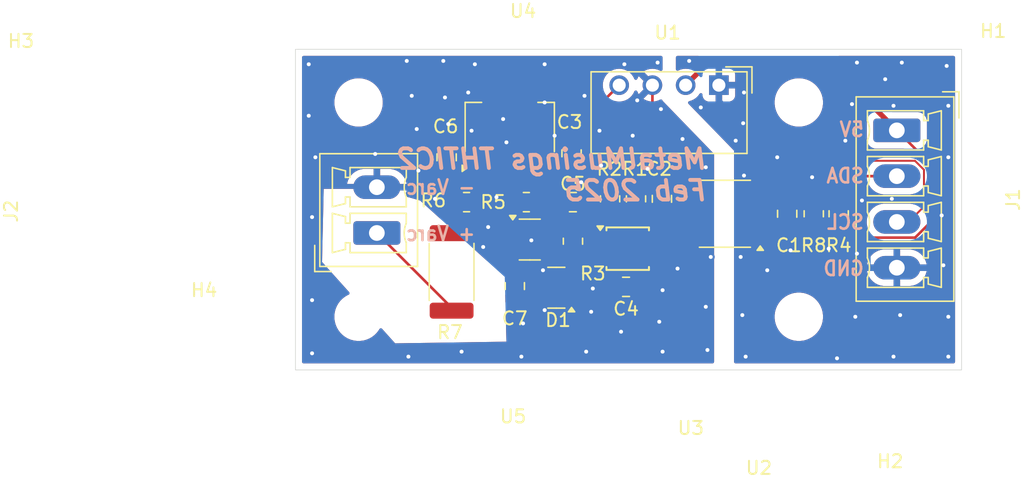
<source format=kicad_pcb>
(kicad_pcb (version 20240108) (generator "pcbnew") (generator_version "8.0")
  (layers (0 "F.Cu" signal) (31 "B.Cu" signal) (34 "B.Paste" user) (35 "F.Paste" user) (36 "B.SilkS" user "B.Silkscreen") (37 "F.SilkS" user "F.Silkscreen") (38 "B.Mask" user) (39 "F.Mask" user) (44 "Edge.Cuts" user))
  (net 0 "")
  (net 1 "GND")
  (net 2 "5V")
  (net 3 "Net-(U3-AIN0)")
  (net 4 "GND_ISO")
  (net 5 "Net-(U1-+Vout)")
  (net 6 "VCC_ISO")
  (net 8 "Net-(J1-Pin_2)")
  (net 9 "Net-(J1-Pin_3)")
  (net 10 "Net-(U2-SDA2)")
  (net 11 "Net-(D1-COM)")
  (net 12 "Net-(J2-Pin_1)")
  (net 14 "Net-(U5--)")
  (net 15 "Net-(R5-Pad2)")
  (net 17 "Net-(U2-SCL2)")
  (footprint "Package_TO_SOT_SMD:SOT-23-5" (layer "F.Cu") (at 168.2805 98.872)
    (property "Reference" "U5" (at -1.2755 13.523 0) (layer "F.SilkS"))
    (property "Value" "LMV321")
    (pad "1" smd roundrect (at -1.1375 -0.95) (size 1.325 0.6) (layers "F.Cu" "F.Paste" "F.Mask") (net 11 "Net-(D1-COM)"))
    (pad "2" smd roundrect (at -1.1375 0) (size 1.325 0.6) (layers "F.Cu" "F.Paste" "F.Mask") (net 4 "GND_ISO"))
    (pad "3" smd roundrect (at -1.1375 0.95) (size 1.325 0.6) (layers "F.Cu" "F.Paste" "F.Mask") (net 14 "Net-(U5--)"))
    (pad "4" smd roundrect (at 1.1375 0.95) (size 1.325 0.6) (layers "F.Cu" "F.Paste" "F.Mask") (net 14 "Net-(U5--)"))
    (pad "5" smd roundrect (at 1.1375 -0.95) (size 1.325 0.6) (layers "F.Cu" "F.Paste" "F.Mask") (net 6 "VCC_ISO"))
  )
  (footprint "MountingHole:MountingHole_3.2mm_M3" (layer "F.Cu") (at 188.849 88.392)
    (property "Reference" "H1" (at 14.859 -5.461 0) (layer "F.SilkS"))
    (property "Value" "MountingHole")
    (pad "" np_thru_hole circle (at 0 0) (size 3.2 3.2) (drill 3.2) (layers "*.Cu" "*.Mask"))
  )
  (footprint "Resistor_SMD:R_0805_2012Metric" (layer "F.Cu") (at 191.897 96.901 90)
    (property "Reference" "R4" (at -2.413 0 180) (layer "F.SilkS"))
    (property "Value" "2k2")
    (pad "1" smd roundrect (at -0.9125 0 90) (size 1.025 1.4) (layers "F.Cu" "F.Paste" "F.Mask") (roundrect_rratio 0.243902) (net 2 "5V"))
    (pad "2" smd roundrect (at 0.9125 0 90) (size 1.025 1.4) (layers "F.Cu" "F.Paste" "F.Mask") (roundrect_rratio 0.243902) (net 8 "Net-(J1-Pin_2)"))
  )
  (footprint "Capacitor_SMD:C_0805_2012Metric" (layer "F.Cu") (at 167.1375 102.428 -90)
    (property "Reference" "C7" (at 2.474 0.0055 180) (layer "F.SilkS"))
    (property "Value" "1nF")
    (pad "1" smd roundrect (at -0.95 0 270) (size 1 1.45) (layers "F.Cu" "F.Paste" "F.Mask") (net 11 "Net-(D1-COM)"))
    (pad "2" smd roundrect (at 0.95 0 270) (size 1 1.45) (layers "F.Cu" "F.Paste" "F.Mask") (net 4 "GND_ISO"))
  )
  (footprint "Package_TO_SOT_SMD:SOT-23" (layer "F.Cu") (at 170.3125 102.555 180)
    (property "Reference" "D1" (at -0.127 -2.474 0) (layer "F.SilkS"))
    (property "Value" "BAT54S")
    (pad "1" smd roundrect (at -0.9375 -0.95 180) (size 1.475 0.6) (layers "F.Cu" "F.Paste" "F.Mask") (net 4 "GND_ISO"))
    (pad "2" smd roundrect (at -0.9375 0.95 180) (size 1.475 0.6) (layers "F.Cu" "F.Paste" "F.Mask") (net 6 "VCC_ISO"))
    (pad "3" smd roundrect (at 0.9375 0 180) (size 1.475 0.6) (layers "F.Cu" "F.Paste" "F.Mask") (net 11 "Net-(D1-COM)"))
  )
  (footprint "Capacitor_SMD:C_0805_2012Metric" (layer "F.Cu") (at 178.3842 95.758 -90)
    (property "Reference" "C2" (at -2.286 0.2032 0) (layer "F.SilkS"))
    (property "Value" "100nF")
    (pad "1" smd roundrect (at -0.95 0 270) (size 1 1.45) (layers "F.Cu" "F.Paste" "F.Mask") (net 6 "VCC_ISO"))
    (pad "2" smd roundrect (at 0.95 0 270) (size 1 1.45) (layers "F.Cu" "F.Paste" "F.Mask") (net 4 "GND_ISO"))
  )
  (footprint "Capacitor_SMD:C_0805_2012Metric" (layer "F.Cu") (at 175.641 102.489 180)
    (property "Reference" "C4" (at 0 -1.68 0) (layer "F.SilkS"))
    (property "Value" "100nF")
    (pad "1" smd roundrect (at -0.95 0 180) (size 1 1.45) (layers "F.Cu" "F.Paste" "F.Mask") (net 6 "VCC_ISO"))
    (pad "2" smd roundrect (at 0.95 0 180) (size 1 1.45) (layers "F.Cu" "F.Paste" "F.Mask") (net 4 "GND_ISO"))
  )
  (footprint "MountingHole:MountingHole_3.2mm_M3" (layer "F.Cu") (at 155.194 88.392)
    (property "Reference" "H3" (at -25.81 -4.694 0) (layer "F.SilkS"))
    (property "Value" "MountingHole")
    (pad "" np_thru_hole circle (at 0 0) (size 3.2 3.2) (drill 3.2) (layers "*.Cu" "*.Mask"))
  )
  (footprint "Resistor_SMD:R_0805_2012Metric" (layer "F.Cu") (at 171.5825 98.999 90)
    (property "Reference" "R3" (at -2.474 1.5185 180) (layer "F.SilkS"))
    (property "Value" "47")
    (pad "1" smd roundrect (at -0.9125 0 90) (size 1.025 1.4) (layers "F.Cu" "F.Paste" "F.Mask") (roundrect_rratio 0.243902) (net 3 "Net-(U3-AIN0)"))
    (pad "2" smd roundrect (at 0.9125 0 90) (size 1.025 1.4) (layers "F.Cu" "F.Paste" "F.Mask") (roundrect_rratio 0.243902) (net 14 "Net-(U5--)"))
  )
  (footprint "Capacitor_SMD:C_0805_2012Metric" (layer "F.Cu") (at 171.577 96.012 180)
    (property "Reference" "C5" (at 0 1.397 0) (layer "F.SilkS"))
    (property "Value" "100nF")
    (pad "1" smd roundrect (at -0.95 0 180) (size 1 1.45) (layers "F.Cu" "F.Paste" "F.Mask") (net 6 "VCC_ISO"))
    (pad "2" smd roundrect (at 0.95 0 180) (size 1 1.45) (layers "F.Cu" "F.Paste" "F.Mask") (net 4 "GND_ISO"))
  )
  (footprint "Resistor_SMD:R_0805_2012Metric" (layer "F.Cu") (at 174.4218 95.758 -90)
    (property "Reference" "R2" (at -2.286 0.0508 0) (layer "F.SilkS"))
    (property "Value" "2k2")
    (pad "1" smd roundrect (at -0.9125 0 270) (size 1.025 1.4) (layers "F.Cu" "F.Paste" "F.Mask") (roundrect_rratio 0.243902) (net 6 "VCC_ISO"))
    (pad "2" smd roundrect (at 0.9125 0 270) (size 1.025 1.4) (layers "F.Cu" "F.Paste" "F.Mask") (roundrect_rratio 0.243902) (net 17 "Net-(U2-SCL2)"))
  )
  (footprint "Package_SO:SOIC-8_3.9x4.9mm_P1.27mm" (layer "F.Cu") (at 183.199 96.901 180)
    (property "Reference" "U2" (at -2.602 -19.431 0) (layer "F.SilkS"))
    (property "Value" "ISO1540")
    (pad "1" smd roundrect (at -2.475 -1.905 180) (size 1.95 0.6) (layers "F.Cu" "F.Paste" "F.Mask") (net 2 "5V"))
    (pad "2" smd roundrect (at -2.475 -0.635 180) (size 1.95 0.6) (layers "F.Cu" "F.Paste" "F.Mask") (net 8 "Net-(J1-Pin_2)"))
    (pad "3" smd roundrect (at -2.475 0.635 180) (size 1.95 0.6) (layers "F.Cu" "F.Paste" "F.Mask") (net 9 "Net-(J1-Pin_3)"))
    (pad "4" smd roundrect (at -2.475 1.905 180) (size 1.95 0.6) (layers "F.Cu" "F.Paste" "F.Mask") (net 1 "GND"))
    (pad "5" smd roundrect (at 2.475 1.905 180) (size 1.95 0.6) (layers "F.Cu" "F.Paste" "F.Mask") (net 4 "GND_ISO"))
    (pad "6" smd roundrect (at 2.475 0.635 180) (size 1.95 0.6) (layers "F.Cu" "F.Paste" "F.Mask") (net 17 "Net-(U2-SCL2)"))
    (pad "7" smd roundrect (at 2.475 -0.635 180) (size 1.95 0.6) (layers "F.Cu" "F.Paste" "F.Mask") (net 10 "Net-(U2-SDA2)"))
    (pad "8" smd roundrect (at 2.475 -1.905 180) (size 1.95 0.6) (layers "F.Cu" "F.Paste" "F.Mask") (net 6 "VCC_ISO"))
  )
  (footprint "Resistor_SMD:R_0805_2012Metric" (layer "F.Cu") (at 189.992 96.901 90)
    (property "Reference" "R8" (at -2.413 0 180) (layer "F.SilkS"))
    (property "Value" "2k2")
    (pad "1" smd roundrect (at -0.9125 0 90) (size 1.025 1.4) (layers "F.Cu" "F.Paste" "F.Mask") (roundrect_rratio 0.243902) (net 2 "5V"))
    (pad "2" smd roundrect (at 0.9125 0 90) (size 1.025 1.4) (layers "F.Cu" "F.Paste" "F.Mask") (roundrect_rratio 0.243902) (net 9 "Net-(J1-Pin_3)"))
  )
  (footprint "MountingHole:MountingHole_3.2mm_M3" (layer "F.Cu") (at 188.849 104.775)
    (property "Reference" "H2" (at 6.985 11.049 0) (layer "F.SilkS"))
    (property "Value" "MountingHole")
    (pad "" np_thru_hole circle (at 0 0) (size 3.2 3.2) (drill 3.2) (layers "*.Cu" "*.Mask"))
  )
  (footprint "Resistor_SMD:R_2512_6332Metric" (layer "F.Cu") (at 162.306 101.346 90)
    (property "Reference" "R7" (at -4.6087 -0.127 180) (layer "F.SilkS"))
    (property "Value" "100k")
    (pad "1" smd roundrect (at -2.9625 0 90) (size 1.225 3.35) (layers "F.Cu" "F.Paste" "F.Mask") (roundrect_rratio 0.204082) (net 12 "Net-(J2-Pin_1)"))
    (pad "2" smd roundrect (at 2.9625 0 90) (size 1.225 3.35) (layers "F.Cu" "F.Paste" "F.Mask") (roundrect_rratio 0.204082) (net 15 "Net-(R5-Pad2)"))
  )
  (footprint "Connector_Phoenix_MC:PhoenixContact_MCV_1,5_2-G-3.5_1x02_P3.50mm_Vertical" (layer "F.Cu") (at 156.591 98.369 90)
    (property "Reference" "J2" (at 1.6625 -27.9615 90) (layer "F.SilkS"))
    (property "Value" "Plasma 300V")
    (pad "1" thru_hole roundrect (at 0 0 90) (size 1.8 3.6) (drill 1.2) (layers "*.Cu" "*.Mask") (roundrect_rratio 0.138889) (net 12 "Net-(J2-Pin_1)"))
    (pad "2" thru_hole oval (at 3.5 0 90) (size 1.8 3.6) (drill 1.2) (layers "*.Cu" "*.Mask") (net 4 "GND_ISO"))
  )
  (footprint "MountingHole:MountingHole_3.2mm_M3" (layer "F.Cu") (at 155.194 104.775)
    (property "Reference" "H4" (at -11.811 -2.032 0) (layer "F.SilkS"))
    (property "Value" "MountingHole")
    (pad "" np_thru_hole circle (at 0 0) (size 3.2 3.2) (drill 3.2) (layers "*.Cu" "*.Mask"))
  )
  (footprint "Capacitor_SMD:C_0805_2012Metric" (layer "F.Cu") (at 161.925 92.583 -90)
    (property "Reference" "C6" (at -2.3622 0.0762 180) (layer "F.SilkS"))
    (property "Value" "22uF Tant")
    (pad "1" smd roundrect (at -0.95 0 270) (size 1 1.45) (layers "F.Cu" "F.Paste" "F.Mask") (net 6 "VCC_ISO"))
    (pad "2" smd roundrect (at 0.95 0 270) (size 1 1.45) (layers "F.Cu" "F.Paste" "F.Mask") (net 4 "GND_ISO"))
  )
  (footprint "Capacitor_SMD:C_0805_2012Metric" (layer "F.Cu") (at 187.96 96.901 90)
    (property "Reference" "C1" (at -2.413 0.127 180) (layer "F.SilkS"))
    (property "Value" "100nF")
    (pad "1" smd roundrect (at -0.95 0 90) (size 1 1.45) (layers "F.Cu" "F.Paste" "F.Mask") (net 2 "5V"))
    (pad "2" smd roundrect (at 0.95 0 90) (size 1 1.45) (layers "F.Cu" "F.Paste" "F.Mask") (net 1 "GND"))
  )
  (footprint "Capacitor_SMD:C_0805_2012Metric" (layer "F.Cu") (at 171.4754 92.2782 -90)
    (property "Reference" "C3" (at -2.3876 0.1524 0) (layer "F.SilkS"))
    (property "Value" "10uF")
    (pad "1" smd roundrect (at -0.95 0 270) (size 1 1.45) (layers "F.Cu" "F.Paste" "F.Mask") (net 5 "Net-(U1-+Vout)"))
    (pad "2" smd roundrect (at 0.95 0 270) (size 1 1.45) (layers "F.Cu" "F.Paste" "F.Mask") (net 4 "GND_ISO"))
  )
  (footprint "Package_TO_SOT_SMD:SOT-223-3_TabPin2" (layer "F.Cu") (at 166.751 90.297 90)
    (property "Reference" "U4" (at 8.89 1.016 0) (layer "F.SilkS"))
    (property "Value" "AMS1117-5")
    (pad "1" smd roundrect (at -3.15 -2.3 90) (size 2 1.5) (layers "F.Cu" "F.Paste" "F.Mask") (net 4 "GND_ISO"))
    (pad "2" smd roundrect (at -3.15 0 90) (size 2 1.5) (layers "F.Cu" "F.Paste" "F.Mask") (net 6 "VCC_ISO"))
    (pad "2" smd roundrect (at 3.15 0 90) (size 2 3.8) (layers "F.Cu" "F.Paste" "F.Mask") (net 6 "VCC_ISO"))
    (pad "3" smd roundrect (at -3.15 2.3 90) (size 2 1.5) (layers "F.Cu" "F.Paste" "F.Mask") (net 5 "Net-(U1-+Vout)"))
  )
  (footprint "Resistor_SMD:R_0805_2012Metric" (layer "F.Cu") (at 163.449 96.012)
    (property "Reference" "R6" (at -2.54 -0.127 180) (layer "F.SilkS"))
    (property "Value" "2k1")
    (pad "1" smd roundrect (at -0.9125 0) (size 1.025 1.4) (layers "F.Cu" "F.Paste" "F.Mask") (roundrect_rratio 0.243902) (net 15 "Net-(R5-Pad2)"))
    (pad "2" smd roundrect (at 0.9125 0) (size 1.025 1.4) (layers "F.Cu" "F.Paste" "F.Mask") (roundrect_rratio 0.243902) (net 4 "GND_ISO"))
  )
  (footprint "Resistor_SMD:R_0805_2012Metric" (layer "F.Cu") (at 176.403 95.758 -90)
    (property "Reference" "R1" (at -2.286 0.0791 0) (layer "F.SilkS"))
    (property "Value" "2k2")
    (pad "1" smd roundrect (at -0.9125 0 270) (size 1.025 1.4) (layers "F.Cu" "F.Paste" "F.Mask") (roundrect_rratio 0.243902) (net 6 "VCC_ISO"))
    (pad "2" smd roundrect (at 0.9125 0 270) (size 1.025 1.4) (layers "F.Cu" "F.Paste" "F.Mask") (roundrect_rratio 0.243902) (net 10 "Net-(U2-SDA2)"))
  )
  (footprint "Converter_DCDC:Converter_DCDC_TRACO_TEA1-xxxx_THT" (layer "F.Cu") (at 182.7375 87.0695 -90)
    (property "Reference" "U1" (at -4.0115 3.9215 0) (layer "F.SilkS"))
    (property "Value" "B0509S-1WR3")
    (pad "1" thru_hole rect (at 0 0 270) (size 1.5 1.5) (drill 1) (layers "*.Cu" "*.Mask") (net 1 "GND"))
    (pad "2" thru_hole circle (at 0 2.54 270) (size 1.5 1.5) (drill 1) (layers "*.Cu" "*.Mask") (net 2 "5V"))
    (pad "3" thru_hole circle (at 0 5.08 270) (size 1.5 1.5) (drill 1) (layers "*.Cu" "*.Mask") (net 4 "GND_ISO"))
    (pad "4" thru_hole circle (at 0 7.62 270) (size 1.5 1.5) (drill 1) (layers "*.Cu" "*.Mask") (net 5 "Net-(U1-+Vout)"))
  )
  (footprint "Connector_Phoenix_MC:PhoenixContact_MCV_1,5_4-G-3.5_1x04_P3.50mm_Vertical" (layer "F.Cu") (at 196.342 90.5255 -90)
    (property "Reference" "J1" (at 5.293 -8.89 90) (layer "F.SilkS"))
    (property "Value" "Conn_01x04_Pin")
    (pad "1" thru_hole roundrect (at 0 0 270) (size 1.8 3.6) (drill 1.2) (layers "*.Cu" "*.Mask") (roundrect_rratio 0.138889) (net 2 "5V"))
    (pad "2" thru_hole oval (at 3.5 0 270) (size 1.8 3.6) (drill 1.2) (layers "*.Cu" "*.Mask") (net 8 "Net-(J1-Pin_2)"))
    (pad "3" thru_hole oval (at 7 0 270) (size 1.8 3.6) (drill 1.2) (layers "*.Cu" "*.Mask") (net 9 "Net-(J1-Pin_3)"))
    (pad "4" thru_hole oval (at 10.5 0 270) (size 1.8 3.6) (drill 1.2) (layers "*.Cu" "*.Mask") (net 1 "GND"))
  )
  (footprint "Resistor_SMD:R_0805_2012Metric" (layer "F.Cu") (at 168.021 96.012 180)
    (property "Reference" "R5" (at 2.54 0 180) (layer "F.SilkS"))
    (property "Value" "10k")
    (pad "1" smd roundrect (at -0.9125 0 180) (size 1.025 1.4) (layers "F.Cu" "F.Paste" "F.Mask") (roundrect_rratio 0.243902) (net 11 "Net-(D1-COM)"))
    (pad "2" smd roundrect (at 0.9125 0 180) (size 1.025 1.4) (layers "F.Cu" "F.Paste" "F.Mask") (roundrect_rratio 0.243902) (net 15 "Net-(R5-Pad2)"))
  )
  (footprint "Package_SO:TSSOP-10_3x3mm_P0.5mm" (layer "F.Cu") (at 175.768 99.568)
    (property "Reference" "U3" (at 4.826 13.716 0) (layer "F.SilkS"))
    (property "Value" "ADS1014IDGS")
    (pad "1" smd rect (at -2.15 -1) (size 1.1 0.25) (layers "F.Cu" "F.Paste" "F.Mask") (net 4 "GND_ISO"))
    (pad "2" smd rect (at -2.15 -0.5) (size 1.1 0.25) (layers "F.Cu" "F.Paste" "F.Mask"))
    (pad "3" smd rect (at -2.15 0) (size 1.1 0.25) (layers "F.Cu" "F.Paste" "F.Mask") (net 4 "GND_ISO"))
    (pad "4" smd rect (at -2.15 0.5) (size 1.1 0.25) (layers "F.Cu" "F.Paste" "F.Mask") (net 3 "Net-(U3-AIN0)"))
    (pad "5" smd rect (at -2.15 1) (size 1.1 0.25) (layers "F.Cu" "F.Paste" "F.Mask") (net 4 "GND_ISO"))
    (pad "6" smd rect (at 2.15 1) (size 1.1 0.25) (layers "F.Cu" "F.Paste" "F.Mask"))
    (pad "7" smd rect (at 2.15 0.5) (size 1.1 0.25) (layers "F.Cu" "F.Paste" "F.Mask"))
    (pad "8" smd rect (at 2.15 0) (size 1.1 0.25) (layers "F.Cu" "F.Paste" "F.Mask") (net 6 "VCC_ISO"))
    (pad "9" smd rect (at 2.15 -0.5) (size 1.1 0.25) (layers "F.Cu" "F.Paste" "F.Mask") (net 10 "Net-(U2-SDA2)"))
    (pad "10" smd rect (at 2.15 -1) (size 1.1 0.25) (layers "F.Cu" "F.Paste" "F.Mask") (net 17 "Net-(U2-SCL2)"))
  )
  (gr_rect (start 150.368 84.328) (end 201.295 108.839) (stroke (width 0.05)) (fill none) (layer "Edge.Cuts"))
  (gr_text "MetalMusings THTIC2\nFeb 2025" (at 181.991 96.012 0) (layer "B.SilkS") (effects (font (size 1.5 1.5) (thickness 0.3) (bold yes) (italic yes)) (justify left bottom mirror)))
  (gr_text "- Varc\n\n+ Varc\n" (at 164.211 99.06 0) (layer "B.SilkS") (effects (font (size 1.1 1) (thickness 0.2) (bold yes)) (justify left bottom mirror)))
  (gr_text "5V\n\nSDA\n\nSCL\n\nGND" (at 193.929 101.727 0) (layer "B.SilkS") (effects (font (size 1.1 1) (thickness 0.2) (bold yes)) (justify left bottom mirror)))
  (segment (start 187.96 93.726) (end 187.96 95.951) (width 0.2) (layer "F.Cu") (net 1))
  (segment (start 185.674 94.996) (end 185.674 93.726) (width 0.2) (layer "F.Cu") (net 1))
  (segment (start 182.7375 87.0695) (end 182.7375 89.1385) (width 0.2) (layer "F.Cu") (net 1))
  (segment (start 182.7375 89.1385) (end 185.674 92.075) (width 0.2) (layer "F.Cu") (net 1))
  (segment (start 185.674 93.726) (end 187.96 93.726) (width 0.2) (layer "F.Cu") (net 1))
  (segment (start 185.674 92.075) (end 185.674 94.996) (width 0.2) (layer "F.Cu") (net 1))
  (via (at 184.531 104.648) (size 0.6) (drill 0.3) (layers "F.Cu" "B.Cu") (net 1))
  (via (at 192.913 88.519) (size 0.6) (drill 0.3) (layers "F.Cu" "B.Cu") (net 1))
  (via (at 199.898 100.838) (size 0.6) (drill 0.3) (layers "F.Cu" "B.Cu") (net 1))
  (via (at 186.436 101.219) (size 0.6) (drill 0.3) (layers "F.Cu" "B.Cu") (net 1))
  (via (at 195.453 86.614) (size 0.6) (drill 0.3) (layers "F.Cu" "B.Cu") (net 1))
  (via (at 200.279 107.823) (size 0.6) (drill 0.3) (layers "F.Cu" "B.Cu") (net 1))
  (via (at 193.675 95.885) (size 0.6) (drill 0.3) (layers "F.Cu" "B.Cu") (net 1))
  (via (at 187.19865 92.58235) (size 0.6) (drill 0.3) (layers "F.Cu" "B.Cu") (net 1))
  (via (at 184.404 100.203) (size 0.6) (drill 0.3) (layers "F.Cu" "B.Cu") (net 1))
  (via (at 188.214 99.695) (size 0.6) (drill 0.3) (layers "F.Cu" "B.Cu") (net 1))
  (via (at 184.658 93.98) (size 0.6) (drill 0.3) (layers "F.Cu" "B.Cu") (net 1))
  (via (at 200.279 104.775) (size 0.6) (drill 0.3) (layers "F.Cu" "B.Cu") (net 1))
  (via (at 200.279 88.646) (size 0.6) (drill 0.3) (layers "F.Cu" "B.Cu") (net 1))
  (via (at 193.167 104.775) (size 0.6) (drill 0.3) (layers "F.Cu" "B.Cu") (net 1))
  (via (at 195.961 95.758) (size 0.6) (drill 0.3) (layers "F.Cu" "B.Cu") (net 1))
  (via (at 196.596 104.648) (size 0.6) (drill 0.3) (layers "F.Cu" "B.Cu") (net 1))
  (via (at 199.771 97.028) (size 0.6) (drill 0.3) (layers "F.Cu" "B.Cu") (net 1))
  (via (at 192.405 91.313) (size 0.6) (drill 0.3) (layers "F.Cu" "B.Cu") (net 1))
  (via (at 180.467 85.217) (size 0.6) (drill 0.3) (layers "F.Cu" "B.Cu") (net 1))
  (via (at 189.865 94.107) (size 0.6) (drill 0.3) (layers "F.Cu" "B.Cu") (net 1))
  (via (at 191.77 107.95) (size 0.6) (drill 0.3) (layers "F.Cu" "B.Cu") (net 1))
  (via (at 193.294 85.344) (size 0.6) (drill 0.3) (layers "F.Cu" "B.Cu") (net 1))
  (via (at 184.785 107.823) (size 0.6) (drill 0.3) (layers "F.Cu" "B.Cu") (net 1))
  (via (at 196.723 85.344) (size 0.6) (drill 0.3) (layers "F.Cu" "B.Cu") (net 1))
  (via (at 200.152 85.598) (size 0.6) (drill 0.3) (layers "F.Cu" "B.Cu") (net 1))
  (via (at 184.658 87.63) (size 0.6) (drill 0.3) (layers "F.Cu" "B.Cu") (net 1))
  (via (at 184.59515 89.97885) (size 0.6) (drill 0.3) (layers "F.Cu" "B.Cu") (net 1))
  (via (at 184.023 91.313) (size 0.6) (drill 0.3) (layers "F.Cu" "B.Cu") (net 1))
  (via (at 200.279 92.583) (size 0.6) (drill 0.3) (layers "F.Cu" "B.Cu") (net 1))
  (via (at 181.356 88.773) (size 0.6) (drill 0.3) (layers "F.Cu" "B.Cu") (net 1))
  (via (at 193.294 99.949) (size 0.6) (drill 0.3) (layers "F.Cu" "B.Cu") (net 1))
  (via (at 191.135 99.568) (size 0.6) (drill 0.3) (layers "F.Cu" "B.Cu") (net 1))
  (via (at 196.088 88.646) (size 0.6) (drill 0.3) (layers "F.Cu" "B.Cu") (net 1))
  (via (at 196.088 107.823) (size 0.6) (drill 0.3) (layers "F.Cu" "B.Cu") (net 1))
  (segment (start 196.342 101.0255) (end 194.2403 101.0255) (width 0.2) (layer "B.Cu") (net 1))
  (segment (start 194.2403 101.0255) (end 194.2403 99.624) (width 0.2) (layer "B.Cu") (net 1))
  (segment (start 187.19865 92.58235) (end 184.59515 89.97885) (width 0.2) (layer "B.Cu") (net 1))
  (segment (start 182.7375 87.0695) (end 182.7375 88.1212) (width 0.2) (layer "B.Cu") (net 1))
  (segment (start 184.59515 89.97885) (end 182.7375 88.1212) (width 0.2) (layer "B.Cu") (net 1))
  (segment (start 194.2403 99.624) (end 187.19865 92.58235) (width 0.2) (layer "B.Cu") (net 1))
  (segment (start 198.792 92.9755) (end 196.342 90.5255) (width 0.2) (layer "F.Cu") (net 2))
  (segment (start 198.792 97.6726) (end 198.792 92.9755) (width 0.2) (layer "F.Cu") (net 2))
  (segment (start 196.342 90.5255) (end 191.1605 85.344) (width 0.4) (layer "F.Cu") (net 2))
  (segment (start 191.897 97.8135) (end 192.809 98.7255) (width 0.2) (layer "F.Cu") (net 2))
  (segment (start 191.1605 85.344) (end 181.923 85.344) (width 0.4) (layer "F.Cu") (net 2))
  (segment (start 181.923 85.344) (end 180.1975 87.0695) (width 0.4) (layer "F.Cu") (net 2))
  (segment (start 187.005 98.806) (end 187.96 97.851) (width 0.2) (layer "F.Cu") (net 2))
  (segment (start 185.674 98.806) (end 187.005 98.806) (width 0.2) (layer "F.Cu") (net 2))
  (segment (start 197.739 98.7255) (end 198.792 97.6726) (width 0.2) (layer "F.Cu") (net 2))
  (segment (start 187.96 97.851) (end 189.9545 97.851) (width 0.2) (layer "F.Cu") (net 2))
  (segment (start 189.9545 97.851) (end 189.992 97.8135) (width 0.2) (layer "F.Cu") (net 2))
  (segment (start 191.897 97.8135) (end 189.992 97.8135) (width 0.2) (layer "F.Cu") (net 2))
  (segment (start 192.809 98.7255) (end 197.739 98.7255) (width 0.2) (layer "F.Cu") (net 2))
  (segment (start 171.5825 99.9115) (end 171.7395 100.068) (width 0.2) (layer "F.Cu") (net 3))
  (segment (start 171.7395 100.068) (end 173.618 100.068) (width 0.2) (layer "F.Cu") (net 3))
  (segment (start 164.3615 93.5365) (end 161.928 93.5365) (width 0.2) (layer "F.Cu") (net 4))
  (segment (start 174.4697 100.568) (end 174.4697 99.568) (width 0.2) (layer "F.Cu") (net 4))
  (segment (start 170.4148 103.378) (end 171.1865 103.378) (width 0.2) (layer "F.Cu") (net 4))
  (segment (start 174.4682 99.568) (end 174.5286 99.5076) (width 0.2) (layer "F.Cu") (net 4))
  (segment (start 177.6575 92.5573) (end 180.0962 94.996) (width 0.2) (layer "F.Cu") (net 4))
  (segment (start 164.3615 96.012) (end 164.3615 93.5365) (width 0.2) (layer "F.Cu") (net 4))
  (segment (start 174.5286 99.5076) (end 174.5286 98.8769) (width 0.2) (layer "F.Cu") (net 4))
  (segment (start 170.4148 102.1823) (end 170.4148 103.378) (width 0.2) (layer "F.Cu") (net 4))
  (segment (start 170.1954 101.9629) (end 170.4148 102.1823) (width 0.2) (layer "F.Cu") (net 4))
  (segment (start 173.618 99.568) (end 174.3689 99.568) (width 0.2) (layer "F.Cu") (net 4))
  (segment (start 166.778 98.872) (end 167.143 98.872) (width 0.2) (layer "F.Cu") (net 4))
  (segment (start 151.892 107.188) (end 151.892 91.313) (width 0.2) (layer "F.Cu") (net 4))
  (segment (start 156.591 94.869) (end 160.284 94.869) (width 0.2) (layer "F.Cu") (net 4))
  (segment (start 174.5286 98.8769) (end 174.2197 98.568) (width 0.2) (layer "F.Cu") (net 4))
  (segment (start 174.4682 99.568) (end 174.4697 99.568) (width 0.2) (layer "F.Cu") (net 4))
  (segment (start 154.686 91.313) (end 156.591 93.218) (width 0.2) (layer "F.Cu") (net 4))
  (segment (start 166.173 99.4769) (end 166.778 98.872) (width 0.2) (layer "F.Cu") (net 4))
  (segment (start 173.7385 103.4415) (end 174.691 102.489) (width 0.2) (layer "F.Cu") (net 4))
  (segment (start 170.627 96.012) (end 170.627 94.549) (width 0.2) (layer "F.Cu") (net 4))
  (segment (start 170.627 94.549) (end 171.389 94.549) (width 0.2) (layer "F.Cu") (net 4))
  (segment (start 170.1954 100.746) (end 170.1954 101.9629) (width 0.2) (layer "F.Cu") (net 4))
  (segment (start 166.542 100.55) (end 166.173 100.181) (width 0.2) (layer "F.Cu") (net 4))
  (segment (start 171.25 103.505) (end 171.25 103.4415) (width 0.2) (layer "F.Cu") (net 4))
  (segment (start 173.618 100.568) (end 172.7663 100.568) (width 0.2) (layer "F.Cu") (net 4))
  (segment (start 177.6575 92.5573) (end 172.1463 92.5573) (width 0.2) (layer "F.Cu") (net 4))
  (segment (start 174.3689 99.568) (end 174.4682 99.568) (width 0.2) (layer "F.Cu") (net 4))
  (segment (start 170.1954 100.746) (end 169.9994 100.55) (width 0.2) (layer "F.Cu") (net 4))
  (segment (start 160.589 94.869) (end 161.925 93.533) (width 0.2) (layer "F.Cu") (net 4))
  (segment (start 164.362 93.5365) (end 164.3615 93.5365) (width 0.2) (layer "F.Cu") (net 4))
  (segment (start 167.1375 107.188) (end 151.892 107.188) (width 0.2) (layer "F.Cu") (net 4))
  (segment (start 171.389 94.549) (end 171.389 94.422) (width 0.2) (layer "F.Cu") (net 4))
  (segment (start 167.1375 103.378) (end 167.1375 107.188) (width 0.2) (layer "F.Cu") (net 4))
  (segment (start 171.1865 103.378) (end 171.25 103.4415) (width 0.2) (layer "F.Cu") (net 4))
  (segment (start 151.892 91.313) (end 154.686 91.313) (width 0.2) (layer "F.Cu") (net 4))
  (segment (start 172.1463 92.5573) (end 171.4754 93.2282) (width 0.2) (layer "F.Cu") (net 4))
  (segment (start 161.928 93.5365) (end 161.925 93.533) (width 0.2) (layer "F.Cu") (net 4))
  (segment (start 171.25 103.4415) (end 173.7385 103.4415) (width 0.2) (layer "F.Cu") (net 4))
  (segment (start 180.0962 94.996) (end 178.3842 96.708) (width 0.2) (layer "F.Cu") (net 4))
  (segment (start 177.6575 87.0695) (end 177.6575 92.5573) (width 0.2) (layer "F.Cu") (net 4))
  (segment (start 156.591 93.218) (end 156.591 94.869) (width 0.2) (layer "F.Cu") (net 4))
  (segment (start 172.7663 100.568) (end 172.5883 100.746) (width 0.2) (layer "F.Cu") (net 4))
  (segment (start 166.173 100.181) (end 166.173 99.4769) (width 0.2) (layer "F.Cu") (net 4))
  (segment (start 164.451 93.447) (end 164.362 93.5365) (width 0.2) (layer "F.Cu") (net 4))
  (segment (start 180.724 94.996) (end 180.0962 94.996) (width 0.2) (layer "F.Cu") (net 4))
  (segment (start 173.618 100.568) (end 174.4697 100.568) (width 0.2) (layer "F.Cu") (net 4))
  (segment (start 160.284 94.869) (end 160.589 94.869) (width 0.2) (layer "F.Cu") (net 4))
  (segment (start 174.2197 98.568) (end 173.618 98.568) (width 0.2) (layer "F.Cu") (net 4))
  (segment (start 170.4148 103.378) (end 167.1375 103.378) (width 0.2) (layer "F.Cu") (net 4))
  (segment (start 169.9994 100.55) (end 166.542 100.55) (width 0.2) (layer "F.Cu") (net 4))
  (segment (start 171.389 94.422) (end 171.4754 94.3356) (width 0.2) (layer "F.Cu") (net 4))
  (segment (start 171.4754 94.3356) (end 171.4754 93.2282) (width 0.2) (layer "F.Cu") (net 4))
  (segment (start 172.5883 100.746) (end 170.1954 100.746) (width 0.2) (layer "F.Cu") (net 4))
  (via (at 159.258 87.884) (size 0.6) (drill 0.3) (layers "F.Cu" "B.Cu") (net 4))
  (via (at 165.1 97.917) (size 0.6) (drill 0.3) (layers "F.Cu" "B.Cu") (net 4))
  (via (at 163.576 87.63) (size 0.6) (drill 0.3) (layers "F.Cu" "B.Cu") (net 4))
  (via (at 151.384 89.408) (size 0.6) (drill 0.3) (layers "F.Cu" "B.Cu") (net 4))
  (via (at 172.212 94.488) (size 0.6) (drill 0.3) (layers "F.Cu" "B.Cu") (net 4))
  (via (at 178.181 105.156) (size 0.6) (drill 0.3) (layers "F.Cu" "B.Cu") (net 4))
  (via (at 172.974 104.394) (size 0.6) (drill 0.3) (layers "F.Cu" "B.Cu") (net 4))
  (via (at 179.578 101.092) (size 0.6) (drill 0.3) (layers "F.Cu" "B.Cu") (net 4))
  (via (at 175.26 105.918) (size 0.6) (drill 0.3) (layers "F.Cu" "B.Cu") (net 4))
  (via (at 181.737 104.013) (size 0.6) (drill 0.3) (layers "F.Cu" "B.Cu") (net 4))
  (via (at 161.036 95.758) (size 0.6) (drill 0.3) (layers "F.Cu" "B.Cu") (net 4))
  (via (at 167.64 107.823) (size 0.6) (drill 0.3) (layers "F.Cu" "B.Cu") (net 4))
  (via (at 165.735 95.631) (size 0.6) (drill 0.3) (layers "F.Cu" "B.Cu") (net 4))
  (via (at 151.892 92.583) (size 0.6) (drill 0.3) (layers "F.Cu" "B.Cu") (net 4))
  (via (at 181.864 107.315) (size 0.6) (drill 0.3) (layers "F.Cu" "B.Cu") (net 4))
  (via (at 161.671 85.217) (size 0.6) (drill 0.3) (layers "F.Cu" "B.Cu") (net 4))
  (via (at 178.308 88.9) (size 0.6) (drill 0.3) (layers "F.Cu" "B.Cu") (net 4))
  (via (at 151.638 107.569) (size 0.6) (drill 0.3) (layers "F.Cu" "B.Cu") (net 4))
  (via (at 166.243 89.662) (size 0.6) (drill 0.3) (layers "F.Cu" "B.Cu") (net 4))
  (via (at 170.18 90.932) (size 0.6) (drill 0.3) (layers "F.Cu" "B.Cu") (net 4))
  (via (at 159.766 93.599) (size 0.6) (drill 0.3) (layers "F.Cu" "B.Cu") (net 4))
  (via (at 168.402 98.933) (size 0.6) (drill 0.3) (layers "F.Cu" "B.Cu") (net 4))
  (via (at 172.466 87.884) (size 0.6) (drill 0.3) (layers "F.Cu" "B.Cu") (net 4))
  (via (at 181.737 93.345) (size 0.6) (drill 0.3) (layers "F.Cu" "B.Cu") (net 4))
  (via (at 176.149 90.932) (size 0.6) (drill 0.3) (layers "F.Cu" "B.Cu") (net 4))
  (via (at 158.877 85.217) (size 0.6) (drill 0.3) (layers "F.Cu" "B.Cu") (net 4))
  (via (at 162.052 90.043) (size 0.6) (drill 0.3) (layers "F.Cu" "B.Cu") (net 4))
  (via (at 163.068 107.442) (size 0.6) (drill 0.3) (layers "F.Cu" "B.Cu") (net 4))
  (via (at 151.638 97.155) (size 0.6) (drill 0.3) (layers "F.Cu" "B.Cu") (net 4))
  (via (at 169.291 101.219) (size 0.6) (drill 0.3) (layers "F.Cu" "B.Cu") (net 4))
  (via (at 175.514 85.471) (size 0.6) (drill 0.3) (layers "F.Cu" "B.Cu") (net 4))
  (via (at 163.83 90.551) (size 0.6) (drill 0.3) (layers "F.Cu" "B.Cu") (net 4))
  (via (at 151.638 103.505) (size 0.6) (drill 0.3) (layers "F.Cu" "B.Cu") (net 4))
  (via (at 169.418 85.471) (size 0.6) (drill 0.3) (layers "F.Cu" "B.Cu") (net 4))
  (via (at 178.435 102.743) (size 0.6) (drill 0.3) (layers "F.Cu" "B.Cu") (net 4))
  (via (at 164.719 99.441) (size 0.6) (drill 0.3) (layers "F.Cu" "B.Cu") (net 4))
  (via (at 169.418 104.267) (size 0.6) (drill 0.3) (layers "F.Cu" "B.Cu") (net 4))
  (via (at 151.384 85.471) (size 0.6) (drill 0.3) (layers "F.Cu" "B.Cu") (net 4))
  (via (at 177.292 93.472) (size 0.6) (drill 0.3) (layers "F.Cu" "B.Cu") (net 4))
  (via (at 173.101 102.616) (size 0.6) (drill 0.3) (layers "F.Cu" "B.Cu") (net 4))
  (via (at 173.609 90.551) (size 0.6) (drill 0.3) (layers "F.Cu" "B.Cu") (net 4))
  (via (at 176.496 88.231) (size 0.6) (drill 0.3) (layers "F.Cu" "B.Cu") (net 4))
  (via (at 179.959 91.186) (size 0.6) (drill 0.3) (layers "F.Cu" "B.Cu") (net 4))
  (via (at 159.004 107.823) (size 0.6) (drill 0.3) (layers "F.Cu" "B.Cu") (net 4))
  (via (at 173.736 93.218) (size 0.6) (drill 0.3) (layers "F.Cu" "B.Cu") (net 4))
  (via (at 166.497 91.44) (size 0.6) (drill 0.3) (layers "F.Cu" "B.Cu") (net 4))
  (via (at 164.084 85.471) (size 0.6) (drill 0.3) (layers "F.Cu" "B.Cu") (net 4))
  (via (at 172.593 107.442) (size 0.6) (drill 0.3) (layers "F.Cu" "B.Cu") (net 4))
  (via (at 178.054 85.344) (size 0.6) (drill 0.3) (layers "F.Cu" "B.Cu") (net 4))
  (via (at 167.767 105.283) (size 0.6) (drill 0.3) (layers "F.Cu" "B.Cu") (net 4))
  (via (at 182.118 100.203) (size 0.6) (drill 0.3) (layers "F.Cu" "B.Cu") (net 4))
  (via (at 178.435 107.442) (size 0.6) (drill 0.3) (layers "F.Cu" "B.Cu") (net 4))
  (via (at 169.418 88.392) (size 0.6) (drill 0.3) (layers "F.Cu" "B.Cu") (net 4))
  (via (at 161.798 88.011) (size 0.6) (drill 0.3) (layers "F.Cu" "B.Cu") (net 4))
  (via (at 156.464 92.329) (size 0.6) (drill 0.3) (layers "F.Cu" "B.Cu") (net 4))
  (via (at 159.639 90.424) (size 0.6) (drill 0.3) (layers "F.Cu" "B.Cu") (net 4))
  (segment (start 156.591 94.869) (end 169.858 94.869) (width 0.2) (layer "B.Cu") (net 4))
  (segment (start 176.496 88.231) (end 177.6575 87.0695) (width 0.2) (layer "B.Cu") (net 4))
  (segment (start 169.858 94.869) (end 176.496 88.231) (width 0.2) (layer "B.Cu") (net 4))
  (segment (start 169.051 93.447) (end 171.17 91.3282) (width 0.2) (layer "F.Cu") (net 5))
  (segment (start 171.17 91.3282) (end 171.4754 91.3282) (width 0.2) (layer "F.Cu") (net 5))
  (segment (start 175.1175 87.0695) (end 171.4754 90.7116) (width 0.2) (layer "F.Cu") (net 5))
  (segment (start 171.4754 90.7116) (end 171.4754 91.3282) (width 0.2) (layer "F.Cu") (net 5))
  (segment (start 164.937 91.633) (end 161.925 91.633) (width 0.2) (layer "F.Cu") (net 6))
  (segment (start 171.41 101.445) (end 171.25 101.605) (width 0.2) (layer "F.Cu") (net 6))
  (segment (start 170.169 97.1709) (end 169.418 97.922) (width 0.2) (layer "F.Cu") (net 6))
  (segment (start 169.774 96.7758) (end 170.169 97.1709) (width 0.2) (layer "F.Cu") (net 6))
  (segment (start 168.184 94.8797) (end 169.317 94.8797) (width 0.2) (layer "F.Cu") (net 6))
  (segment (start 169.317 94.8797) (end 169.774 95.3365) (width 0.2) (layer "F.Cu") (net 6))
  (segment (start 172.527 96.8386) (end 172.0113 96.8386) (width 0.2) (layer "F.Cu") (net 6))
  (segment (start 175.547 101.445) (end 171.41 101.445) (width 0.2) (layer "F.Cu") (net 6))
  (segment (start 169.774 95.3365) (end 169.774 96.7758) (width 0.2) (layer "F.Cu") (net 6))
  (segment (start 164.937 88.961) (end 164.937 91.633) (width 0.2) (layer "F.Cu") (net 6))
  (segment (start 164.937 91.633) (end 166.751 93.447) (width 0.2) (layer "F.Cu") (net 6))
  (segment (start 175.772 99.4472) (end 174.468 98.143) (width 0.2) (layer "F.Cu") (net 6))
  (segment (start 175.772 99.568) (end 175.772 101.22) (width 0.2) (layer "F.Cu") (net 6))
  (segment (start 180.724 98.806) (end 179.962 99.568) (width 0.2) (layer "F.Cu") (net 6))
  (segment (start 172.527 96.012) (end 173.694 94.8455) (width 0.2) (layer "F.Cu") (net 6))
  (segment (start 166.751 93.447) (end 168.184 94.8797) (width 0.2) (layer "F.Cu") (net 6))
  (segment (start 177.918 99.568) (end 175.772 99.568) (width 0.2) (layer "F.Cu") (net 6))
  (segment (start 166.751 87.147) (end 164.937 88.961) (width 0.2) (layer "F.Cu") (net 6))
  (segment (start 173.831 98.143) (end 172.527 96.8386) (width 0.2) (layer "F.Cu") (net 6))
  (segment (start 175.772 101.22) (end 175.547 101.445) (width 0.2) (layer "F.Cu") (net 6))
  (segment (start 179.962 99.568) (end 177.918 99.568) (width 0.2) (layer "F.Cu") (net 6))
  (segment (start 176.403 94.8455) (end 178.3467 94.8455) (width 0.2) (layer "F.Cu") (net 6))
  (segment (start 174.468 98.143) (end 173.831 98.143) (width 0.2) (layer "F.Cu") (net 6))
  (segment (start 176.591 102.489) (end 175.547 101.445) (width 0.2) (layer "F.Cu") (net 6))
  (segment (start 174.4218 94.8455) (end 176.403 94.8455) (width 0.2) (layer "F.Cu") (net 6))
  (segment (start 178.3467 94.8455) (end 178.3842 94.808) (width 0.2) (layer "F.Cu") (net 6))
  (segment (start 173.694 94.8455) (end 174.4218 94.8455) (width 0.2) (layer "F.Cu") (net 6))
  (segment (start 172.0113 96.8386) (end 171.679 97.1709) (width 0.2) (layer "F.Cu") (net 6))
  (segment (start 172.527 96.012) (end 172.527 96.8386) (width 0.2) (layer "F.Cu") (net 6))
  (segment (start 171.679 97.1709) (end 170.169 97.1709) (width 0.2) (layer "F.Cu") (net 6))
  (segment (start 175.772 99.568) (end 175.772 99.4472) (width 0.2) (layer "F.Cu") (net 6))
  (segment (start 193.2485 94.0255) (end 196.342 94.0255) (width 0.2) (layer "F.Cu") (net 8))
  (segment (start 190.9845 96.901) (end 189.484 96.901) (width 0.2) (layer "F.Cu") (net 8))
  (segment (start 191.897 95.9885) (end 191.897 95.377) (width 0.2) (layer "F.Cu") (net 8))
  (segment (start 186.134 97.076) (end 185.674 97.536) (width 0.2) (layer "F.Cu") (net 8))
  (segment (start 191.897 95.9885) (end 190.9845 96.901) (width 0.2) (layer "F.Cu") (net 8))
  (segment (start 191.897 95.377) (end 193.2485 94.0255) (width 0.2) (layer "F.Cu") (net 8))
  (segment (start 189.309 97.076) (end 189.484 96.901) (width 0.15) (layer "F.Cu") (net 8))
  (segment (start 186.134 97.076) (end 189.309 97.076) (width 0.15) (layer "F.Cu") (net 8))
  (segment (start 189.9138 95.9103) (end 189.598725 95.9103) (width 0.15) (layer "F.Cu") (net 9))
  (segment (start 189.992 95.9885) (end 193.1304 92.8505) (width 0.15) (layer "F.Cu") (net 9))
  (segment (start 197.729 92.8505) (end 198.417 93.5388) (width 0.15) (layer "F.Cu") (net 9))
  (segment (start 198.417 96.35) (end 197.2415 97.5255) (width 0.15) (layer "F.Cu") (net 9))
  (segment (start 197.2415 97.5255) (end 196.342 97.5255) (width 0.15) (layer "F.Cu") (net 9))
  (segment (start 185.674 96.266) (end 186.80061 96.266) (width 0.2) (layer "F.Cu") (net 9))
  (segment (start 189.598725 95.9103) (end 188.783025 96.726) (width 0.15) (layer "F.Cu") (net 9))
  (segment (start 188.783025 96.726) (end 187.26061 96.726) (width 0.15) (layer "F.Cu") (net 9))
  (segment (start 187.26061 96.726) (end 186.999305 96.464695) (width 0.15) (layer "F.Cu") (net 9))
  (segment (start 198.417 93.5388) (end 198.417 96.35) (width 0.15) (layer "F.Cu") (net 9))
  (segment (start 193.1304 92.8505) (end 197.729 92.8505) (width 0.15) (layer "F.Cu") (net 9))
  (segment (start 186.80061 96.266) (end 186.999305 96.464695) (width 0.2) (layer "F.Cu") (net 9))
  (segment (start 189.992 95.9885) (end 189.9138 95.9103) (width 0.2) (layer "F.Cu") (net 9))
  (segment (start 177.918 99.068) (end 176.0624 99.068) (width 0.2) (layer "F.Cu") (net 10))
  (segment (start 175.59 95.858) (end 176.403 96.6705) (width 0.2) (layer "F.Cu") (net 10))
  (segment (start 176.0624 99.068) (end 174.8338 97.8394) (width 0.2) (layer "F.Cu") (net 10))
  (segment (start 173.997 97.743) (end 173.422 97.1677) (width 0.2) (layer "F.Cu") (net 10))
  (segment (start 180.3017 97.536) (end 180.724 97.536) (width 0.2) (layer "F.Cu") (net 10))
  (segment (start 173.737 95.858) (end 175.59 95.858) (width 0.2) (layer "F.Cu") (net 10))
  (segment (start 174.634 97.743) (end 173.997 97.743) (width 0.2) (layer "F.Cu") (net 10))
  (segment (start 174.7304 97.8394) (end 174.634 97.743) (width 0.2) (layer "F.Cu") (net 10))
  (segment (start 178.7697 99.068) (end 180.3017 97.536) (width 0.2) (layer "F.Cu") (net 10))
  (segment (start 174.8338 97.8394) (end 174.7304 97.8394) (width 0.2) (layer "F.Cu") (net 10))
  (segment (start 173.422 96.1733) (end 173.737 95.858) (width 0.2) (layer "F.Cu") (net 10))
  (segment (start 177.918 99.068) (end 178.7697 99.068) (width 0.2) (layer "F.Cu") (net 10))
  (segment (start 173.422 97.1677) (end 173.422 96.1733) (width 0.2) (layer "F.Cu") (net 10))
  (segment (start 165.77 98.8984) (end 165.77 100.415) (width 0.2) (layer "F.Cu") (net 11))
  (segment (start 166.834 101.478) (end 167.1375 101.478) (width 0.2) (layer "F.Cu") (net 11))
  (segment (start 167.143 97.922) (end 166.747 97.922) (width 0.2) (layer "F.Cu") (net 11))
  (segment (start 167.1375 101.478) (end 168.2145 102.555) (width 0.2) (layer "F.Cu") (net 11))
  (segment (start 168.2145 102.555) (end 169.375 102.555) (width 0.2) (layer "F.Cu") (net 11))
  (segment (start 165.77 100.415) (end 166.834 101.478) (width 0.2) (layer "F.Cu") (net 11))
  (segment (start 166.747 97.922) (end 165.77 98.8984) (width 0.2) (layer "F.Cu") (net 11))
  (segment (start 168.9335 96.012) (end 168.9335 96.1315) (width 0.2) (layer "F.Cu") (net 11))
  (segment (start 168.9335 96.1315) (end 167.143 97.922) (width 0.2) (layer "F.Cu") (net 11))
  (segment (start 162.306 104.084) (end 162.306 104.3085) (width 0.2) (layer "F.Cu") (net 12))
  (segment (start 156.591 98.369) (end 162.306 104.084) (width 0.2) (layer "F.Cu") (net 12))
  (segment (start 171.5825 98.0865) (end 169.847 99.822) (width 0.2) (layer "F.Cu") (net 14))
  (segment (start 169.847 99.822) (end 169.418 99.822) (width 0.2) (layer "F.Cu") (net 14))
  (segment (start 169.418 99.822) (end 167.143 99.822) (width 0.2) (layer "F.Cu") (net 14))
  (segment (start 162.306 97.2678) (end 162.5365 97.0368) (width 0.2) (layer "F.Cu") (net 15))
  (segment (start 162.5365 97.0368) (end 166.084 97.0368) (width 0.2) (layer "F.Cu") (net 15))
  (segment (start 162.306 98.3835) (end 162.306 97.2678) (width 0.2) (layer "F.Cu") (net 15))
  (segment (start 166.084 97.0368) (end 166.4681 96.6524) (width 0.2) (layer "F.Cu") (net 15))
  (segment (start 162.5365 96.012) (end 162.5365 97.0368) (width 0.2) (layer "F.Cu") (net 15))
  (segment (start 166.4681 96.6524) (end 167.1085 96.012) (width 0.2) (layer "F.Cu") (net 15))
  (segment (start 174.428 96.6764) (end 174.4279 96.6764) (width 0.2) (layer "F.Cu") (net 17))
  (segment (start 174.4221 96.6706) (end 174.422 96.6706) (width 0.2) (layer "F.Cu") (net 17))
  (segment (start 176.78 98.568) (end 174.894 96.6822) (width 0.2) (layer "F.Cu") (net 17))
  (segment (start 180.34 96.266) (end 178.038 98.568) (width 0.2) (layer "F.Cu") (net 17))
  (segment (start 174.422 96.6705) (end 174.4218 96.6705) (width 0.2) (layer "F.Cu") (net 17))
  (segment (start 174.422 96.6706) (end 174.422 96.6705) (width 0.2) (layer "F.Cu") (net 17))
  (segment (start 174.894 96.6822) (end 174.4339 96.6822) (width 0.2) (layer "F.Cu") (net 17))
  (segment (start 174.4339 96.6822) (end 174.428 96.6764) (width 0.2) (layer "F.Cu") (net 17))
  (segment (start 180.724 96.266) (end 180.34 96.266) (width 0.2) (layer "F.Cu") (net 17))
  (segment (start 177.918 98.568) (end 176.78 98.568) (width 0.2) (layer "F.Cu") (net 17))
  (segment (start 178.038 98.568) (end 177.918 98.568) (width 0.2) (layer "F.Cu") (net 17))
  (segment (start 174.4279 96.6764) (end 174.4221 96.6706) (width 0.2) (layer "F.Cu") (net 17))
  (zone (net 0) (net_name "") (layer "F.Cu") (connect_pads (clearance 0)) (min_thickness 0.25)
    (keepout (tracks allowed) (vias allowed) (pads allowed) (copperpour not_allowed) (footprints allowed))
    (fill (thermal_gap 0.5) (thermal_bridge_width 0.5) (island_removal_mode 1) (island_area_min 10))
    (polygon (pts (xy 174.117 96.901) (xy 177.927 97.282) (xy 178.054 100.838) (xy 176.784 101.473) (xy 173.609 101.219)))
  )
  (zone (net 0) (net_name "") (layer "F.Cu") (connect_pads (clearance 0)) (min_thickness 0.25)
    (keepout (tracks allowed) (vias allowed) (pads allowed) (copperpour not_allowed) (footprints allowed))
    (fill (thermal_gap 0.5) (thermal_bridge_width 0.5) (island_removal_mode 1) (island_area_min 10))
    (polygon (pts (xy 162.179 91.821) (xy 164.719 91.694) (xy 166.243 93.345) (xy 164.592 93.218) (xy 162.306 93.091)))
  )
  (zone (net 0) (net_name "") (layer "F.Cu") (connect_pads (clearance 0)) (min_thickness 0.25)
    (keepout (tracks allowed) (vias allowed) (pads allowed) (copperpour not_allowed) (footprints allowed))
    (fill (thermal_gap 0.5) (thermal_bridge_width 0.5) (island_removal_mode 1) (island_area_min 10))
    (polygon (pts (xy 181.737 94.742) (xy 184.658 94.742) (xy 184.658 99.187) (xy 181.864 99.187)))
  )
  (zone (net 0) (net_name "") (layers "F&B.Cu") (connect_pads (clearance 0)) (min_thickness 0.25)
    (keepout (tracks allowed) (vias allowed) (pads allowed) (copperpour not_allowed) (footprints allowed))
    (fill (thermal_gap 0.5) (thermal_bridge_width 0.5) (island_removal_mode 1) (island_area_min 10))
    (polygon (pts (xy 156.718 94.996) (xy 159.893 95.885) (xy 166.37 101.727) (xy 166.497 106.68) (xy 157.988 106.807) (xy 152.4 100.584) (xy 152.527 94.996)))
  )
  (zone (net 4) (net_name "GND_ISO") (layers "F&B.Cu") (priority 1) (connect_pads (clearance 0.5)) (min_thickness 0.25) (fill yes (thermal_gap 0.5) (thermal_bridge_width 0.5) (island_removal_mode 1) (island_area_min 10))
    (polygon (pts (xy 178.435 84.328) (xy 178.435 88.265) (xy 182.372 92.329) (xy 182.372 95.758) (xy 182.372 108.839) (xy 150.368 108.839) (xy 150.368 84.328)))
  )
  (zone (net 1) (net_name "GND") (layers "F&B.Cu") (connect_pads (clearance 0.5)) (min_thickness 0.25) (fill yes (thermal_gap 0.5) (thermal_bridge_width 0.5) (island_removal_mode 1) (island_area_min 10))
    (polygon (pts (xy 183.896 92.075) (xy 179.451 87.503) (xy 179.451 84.328) (xy 201.295 84.328) (xy 201.295 108.839) (xy 183.896 108.839)))
  )
)
</source>
